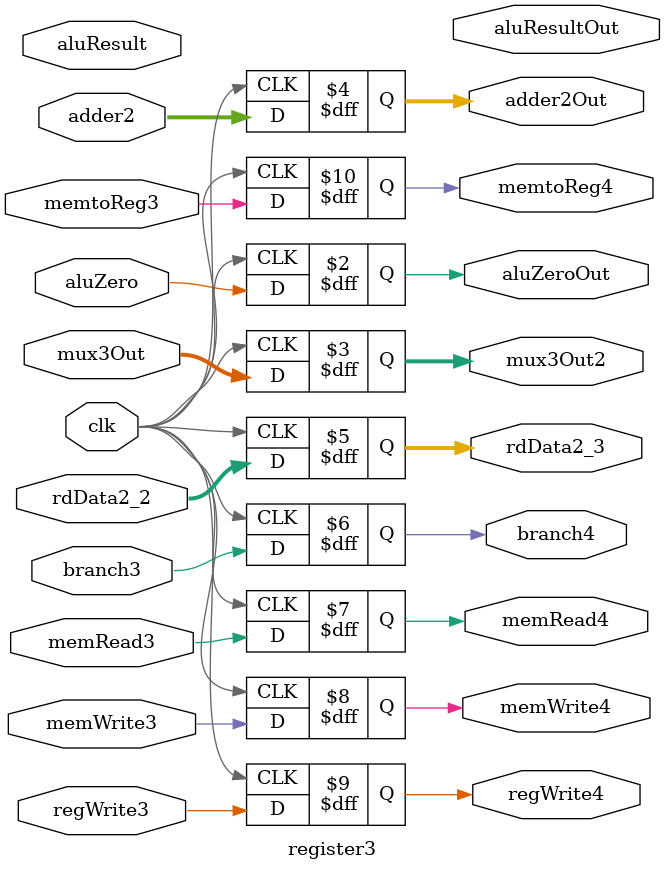
<source format=v>
`timescale 1ns / 1ps
module register3(
    input clk,
    input aluZero,
    input [15:0] aluResult,
    input [15:0] mux3Out,
    input [15:0] adder2,
    input [15:0] rdData2_2,
	 input branch3,
	 input memRead3,
	 input memWrite3,
	 input regWrite3,
	 input memtoReg3,
    output reg aluZeroOut,
    output reg [15:0] aluResultOut,
    output reg [15:0] mux3Out2,
    output reg[15:0] adder2Out,
    output reg [15:0] rdData2_3,
	 output reg branch4,
	 output reg memRead4,
	 output reg memWrite4,
	 output reg regWrite4,
	 output reg memtoReg4
    );
	 
	 always@(posedge clk)
	 begin
		aluZeroOut <= aluZero;
		mux3Out2 <= mux3Out;
		adder2Out <= adder2;
		rdData2_3 <= rdData2_2;
		branch4 <= branch3;
		memRead4 <= memRead3;
		memWrite4 <= memWrite3;
		regWrite4 <= regWrite3;
		memtoReg4 <= memtoReg3;
	 end


endmodule

</source>
